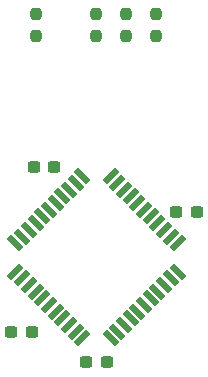
<source format=gbr>
%TF.GenerationSoftware,KiCad,Pcbnew,(6.0.6-0)*%
%TF.CreationDate,2022-09-20T04:26:41+09:00*%
%TF.ProjectId,EPM3032_DEV,45504d33-3033-4325-9f44-45562e6b6963,rev?*%
%TF.SameCoordinates,Original*%
%TF.FileFunction,Paste,Top*%
%TF.FilePolarity,Positive*%
%FSLAX46Y46*%
G04 Gerber Fmt 4.6, Leading zero omitted, Abs format (unit mm)*
G04 Created by KiCad (PCBNEW (6.0.6-0)) date 2022-09-20 04:26:41*
%MOMM*%
%LPD*%
G01*
G04 APERTURE LIST*
G04 Aperture macros list*
%AMRoundRect*
0 Rectangle with rounded corners*
0 $1 Rounding radius*
0 $2 $3 $4 $5 $6 $7 $8 $9 X,Y pos of 4 corners*
0 Add a 4 corners polygon primitive as box body*
4,1,4,$2,$3,$4,$5,$6,$7,$8,$9,$2,$3,0*
0 Add four circle primitives for the rounded corners*
1,1,$1+$1,$2,$3*
1,1,$1+$1,$4,$5*
1,1,$1+$1,$6,$7*
1,1,$1+$1,$8,$9*
0 Add four rect primitives between the rounded corners*
20,1,$1+$1,$2,$3,$4,$5,0*
20,1,$1+$1,$4,$5,$6,$7,0*
20,1,$1+$1,$6,$7,$8,$9,0*
20,1,$1+$1,$8,$9,$2,$3,0*%
%AMRotRect*
0 Rectangle, with rotation*
0 The origin of the aperture is its center*
0 $1 length*
0 $2 width*
0 $3 Rotation angle, in degrees counterclockwise*
0 Add horizontal line*
21,1,$1,$2,0,0,$3*%
G04 Aperture macros list end*
%ADD10RoundRect,0.237500X0.300000X0.237500X-0.300000X0.237500X-0.300000X-0.237500X0.300000X-0.237500X0*%
%ADD11RoundRect,0.237500X0.237500X-0.250000X0.237500X0.250000X-0.237500X0.250000X-0.237500X-0.250000X0*%
%ADD12RoundRect,0.237500X-0.300000X-0.237500X0.300000X-0.237500X0.300000X0.237500X-0.300000X0.237500X0*%
%ADD13RoundRect,0.237500X-0.237500X0.250000X-0.237500X-0.250000X0.237500X-0.250000X0.237500X0.250000X0*%
%ADD14RotRect,1.500000X0.550000X315.000000*%
%ADD15RotRect,1.500000X0.550000X45.000000*%
G04 APERTURE END LIST*
D10*
%TO.C,C3*%
X120242500Y-104140000D03*
X118517500Y-104140000D03*
%TD*%
%TO.C,C4*%
X127862500Y-91440000D03*
X126137500Y-91440000D03*
%TD*%
D11*
%TO.C,R2*%
X119380000Y-76477500D03*
X119380000Y-74652500D03*
%TD*%
D12*
%TO.C,C2*%
X112167500Y-101600000D03*
X113892500Y-101600000D03*
%TD*%
D11*
%TO.C,R4*%
X114300000Y-76477500D03*
X114300000Y-74652500D03*
%TD*%
D13*
%TO.C,R3*%
X124460000Y-74652500D03*
X124460000Y-76477500D03*
%TD*%
D10*
%TO.C,C1*%
X115797500Y-87630000D03*
X114072500Y-87630000D03*
%TD*%
D11*
%TO.C,R1*%
X121920000Y-76477500D03*
X121920000Y-74652500D03*
%TD*%
D14*
%TO.C,U1*%
X118177918Y-88391064D03*
X117612233Y-88956750D03*
X117046548Y-89522435D03*
X116480862Y-90088120D03*
X115915177Y-90653806D03*
X115349491Y-91219491D03*
X114783806Y-91785177D03*
X114218120Y-92350862D03*
X113652435Y-92916548D03*
X113086750Y-93482233D03*
X112521064Y-94047918D03*
D15*
X112521064Y-96452082D03*
X113086750Y-97017767D03*
X113652435Y-97583452D03*
X114218120Y-98149138D03*
X114783806Y-98714823D03*
X115349491Y-99280509D03*
X115915177Y-99846194D03*
X116480862Y-100411880D03*
X117046548Y-100977565D03*
X117612233Y-101543250D03*
X118177918Y-102108936D03*
D14*
X120582082Y-102108936D03*
X121147767Y-101543250D03*
X121713452Y-100977565D03*
X122279138Y-100411880D03*
X122844823Y-99846194D03*
X123410509Y-99280509D03*
X123976194Y-98714823D03*
X124541880Y-98149138D03*
X125107565Y-97583452D03*
X125673250Y-97017767D03*
X126238936Y-96452082D03*
D15*
X126238936Y-94047918D03*
X125673250Y-93482233D03*
X125107565Y-92916548D03*
X124541880Y-92350862D03*
X123976194Y-91785177D03*
X123410509Y-91219491D03*
X122844823Y-90653806D03*
X122279138Y-90088120D03*
X121713452Y-89522435D03*
X121147767Y-88956750D03*
X120582082Y-88391064D03*
%TD*%
M02*

</source>
